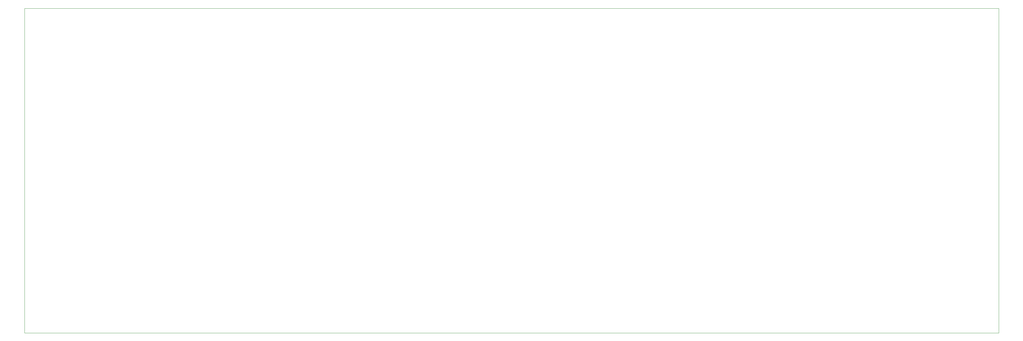
<source format=gbr>
%TF.GenerationSoftware,KiCad,Pcbnew,(5.1.9)-1*%
%TF.CreationDate,2021-02-15T21:30:30-05:00*%
%TF.ProjectId,60percent - Copy,36307065-7263-4656-9e74-202d20436f70,rev?*%
%TF.SameCoordinates,Original*%
%TF.FileFunction,Profile,NP*%
%FSLAX46Y46*%
G04 Gerber Fmt 4.6, Leading zero omitted, Abs format (unit mm)*
G04 Created by KiCad (PCBNEW (5.1.9)-1) date 2021-02-15 21:30:30*
%MOMM*%
%LPD*%
G01*
G04 APERTURE LIST*
%TA.AperFunction,Profile*%
%ADD10C,0.050000*%
%TD*%
G04 APERTURE END LIST*
D10*
X66675000Y-64293750D02*
X66675000Y-159543750D01*
X352425000Y-64293750D02*
X66675000Y-64293750D01*
X352425000Y-159543750D02*
X352425000Y-64293750D01*
X66675000Y-159543750D02*
X352425000Y-159543750D01*
M02*

</source>
